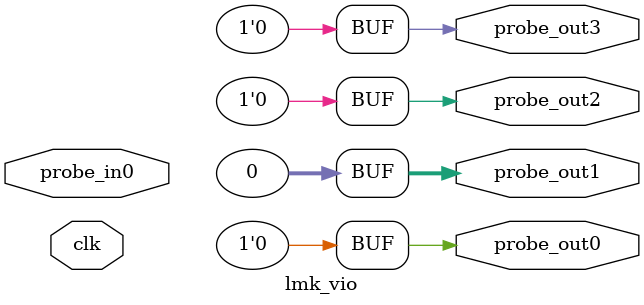
<source format=v>
`timescale 1ns / 1ps
module lmk_vio (
clk,
probe_in0,
probe_out0,
probe_out1,
probe_out2,
probe_out3
);

input clk;
input [0 : 0] probe_in0;

output reg [0 : 0] probe_out0 = 'h0 ;
output reg [31 : 0] probe_out1 = 'h00000000 ;
output reg [0 : 0] probe_out2 = 'h0 ;
output reg [0 : 0] probe_out3 = 'h0 ;


endmodule

</source>
